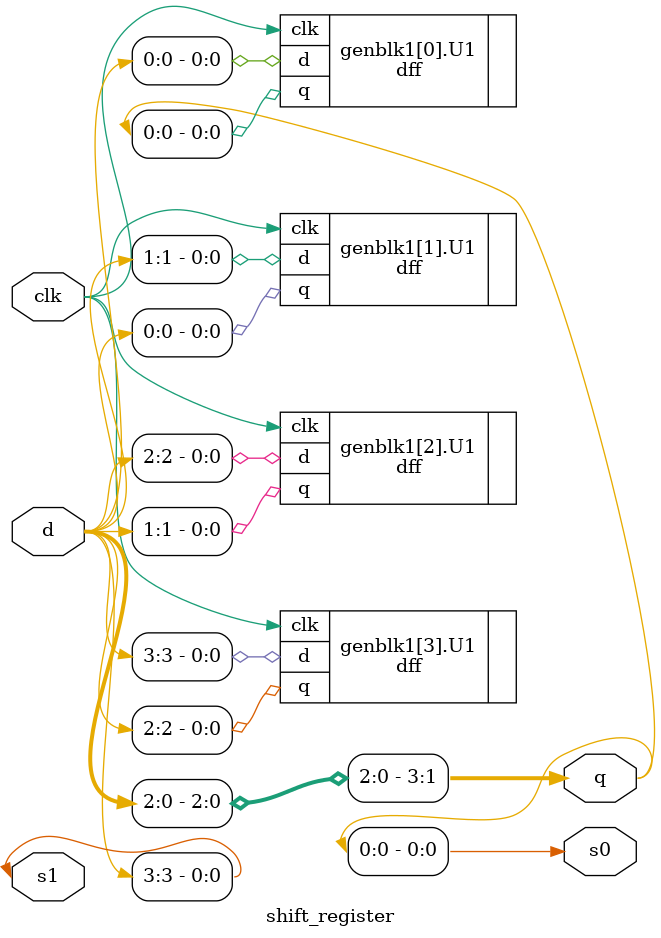
<source format=v>
  module shift_register(s1,d,clk,s0,q);
  parameter n=3;

  input  s1,clk;
  input [n:0] d;

  output s0;
  output [n:0] q;

  genvar i;

  assign d[3]=s1;


  generate
  for(i=0; i<=n; i=i+1)
     dff U1(.d(d[i]),.q(q[i]),.clk(clk));
  endgenerate

  assign q[3]=d[2];
  assign q[2]=d[1];
  assign q[1]=d[0];
  assign q[0]=s0;



  endmodule
</source>
